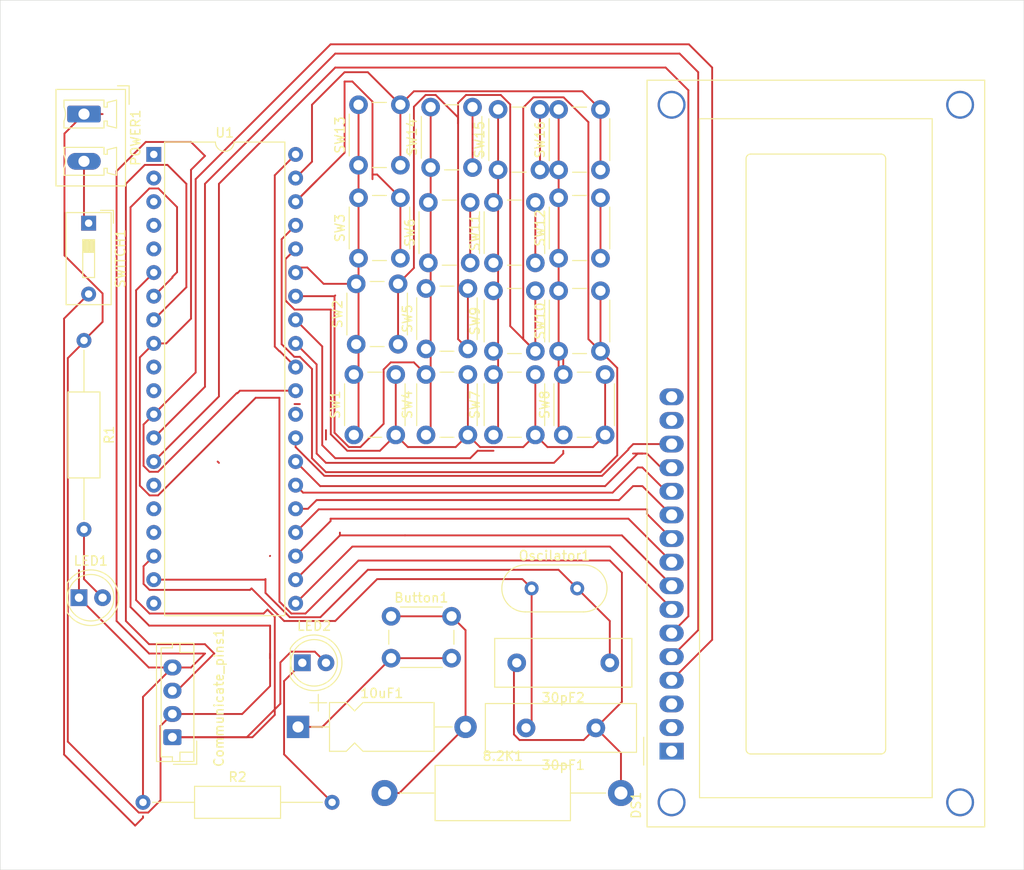
<source format=kicad_pcb>
(kicad_pcb (version 20240108) (generator "pcbnew") (generator_version "8.0")
  (layers (0 "F.Cu" signal) (31 "B.Cu" signal) (34 "B.Paste" user) (35 "F.Paste" user) (36 "B.SilkS" user "B.Silkscreen") (37 "F.SilkS" user "F.Silkscreen") (38 "B.Mask" user) (39 "F.Mask" user) (44 "Edge.Cuts" user))
  (net 0 "")
  (net 1 "Net-(10uF1-Pad2)")
  (net 2 "gnd")
  (net 3 "vcc")
  (net 4 "Net-(U1-E3)")
  (net 5 "Net-(U1-AB4)")
  (net 6 "Net-(POWER1--)")
  (net 7 "Net-(Communicate_pins1-Pin_1)")
  (net 8 "Net-(Communicate_pins1-Pin_3)")
  (net 9 "Net-(DS1-D0)")
  (net 10 "Net-(DS1-RS)")
  (net 11 "D3")
  (net 14 "D5")
  (net 16 "D7")
  (net 17 "D2")
  (net 18 "Net-(DS1-E)")
  (net 20 "D4")
  (net 21 "Net-(DS1-R{slash}W)")
  (net 22 "D1")
  (net 23 "D6")
  (net 25 "Net-(LED1-A)")
  (net 26 "Net-(LED2-K)")
  (net 27 "Net-(U1-REF_LO)")
  (net 28 "Net-(U1-REF_HI)")
  (net 29 "Net-(U1-TEST)")
  (net 30 "Net-(U1-OSC3)")
  (net 31 "Net-(U1-CREF+)")
  (net 32 "Net-(U1-CREF-)")
  (net 33 "Net-(U1-COMMON)")
  (net 34 "Net-(U1-OSC2)")
  (footprint "Resistor_THT:R_Axial_DIN0309_L9.0mm_D3.2mm_P20.32mm_Horizontal" (layer "F.Cu") (at 17.5 44.57875 -90)
    (property "Reference" "R1")
    (property "Value" "R")
  )
  (footprint "Button_Switch_THT:SW_PUSH_6mm_H7.3mm" (layer "F.Cu") (at 50.5 74.23875)
    (property "Reference" "Button1")
    (property "Value" "SW_Push")
  )
  (footprint "LED_THT:LED_D5.0mm" (layer "F.Cu") (at 16.96 72.23875)
    (property "Reference" "LED1")
    (property "Value" "LED")
  )
  (footprint "Button_Switch_THT:SW_DIP_SPSTx01_Slide_9.78x4.72mm_W7.62mm_P2.54mm" (layer "F.Cu") (at 18 31.97125 -90)
    (property "Reference" "SWITCH1")
    (property "Value" "SW_SPST")
  )
  (footprint "LED_THT:LED_D5.0mm_Clear" (layer "F.Cu") (at 40.96 79.23875)
    (property "Reference" "LED2")
    (property "Value" "LED")
  )
  (footprint "Button_Switch_THT:SW_PUSH_6mm_H4.3mm" (layer "F.Cu") (at 68.5 35.73875 90)
    (property "Reference" "SW12")
    (property "Value" "SW_Push")
  )
  (footprint "Button_Switch_THT:SW_PUSH_6mm_H4.3mm" (layer "F.Cu") (at 68.5 45.73875 90)
    (property "Reference" "SW10")
    (property "Value" "SW_Push")
  )
  (footprint "Button_Switch_THT:SW_PUSH_6mm_H4.3mm" (layer "F.Cu") (at 46.5 54.73875 90)
    (property "Reference" "SW1")
    (property "Value" "SW_Push")
  )
  (footprint "Button_Switch_THT:SW_PUSH_6mm_H4.3mm" (layer "F.Cu") (at 47 35.73875 90)
    (property "Reference" "SW3")
    (property "Value" "SW_Push")
  )
  (footprint "Crystal:Crystal_HC18-U_Vertical" (layer "F.Cu") (at 65.6 71.23875)
    (property "Reference" "Oscilator1")
    (property "Value" "Crystal")
  )
  (footprint "Button_Switch_THT:SW_PUSH_6mm_H4.3mm" (layer "F.Cu") (at 46.75 44.98875 90)
    (property "Reference" "SW2")
    (property "Value" "SW_Push")
  )
  (footprint "Button_Switch_THT:SW_PUSH_6mm_H4.3mm" (layer "F.Cu") (at 62 26.23875 90)
    (property "Reference" "SW15")
    (property "Value" "SW_Push")
  )
  (footprint "Button_Switch_THT:SW_PUSH_6mm_H4.3mm" (layer "F.Cu") (at 54.25 54.73875 90)
    (property "Reference" "SW4")
    (property "Value" "SW_Push")
  )
  (footprint "Button_Switch_THT:SW_PUSH_6mm_H4.3mm" (layer "F.Cu") (at 54.25 45.48875 90)
    (property "Reference" "SW5")
    (property "Value" "SW_Push")
  )
  (footprint "Button_Switch_THT:SW_PUSH_6mm_H4.3mm" (layer "F.Cu") (at 61.5 45.73875 90)
    (property "Reference" "SW9")
    (property "Value" "SW_Push")
  )
  (footprint "Button_Switch_THT:SW_PUSH_6mm_H4.3mm" (layer "F.Cu") (at 54.5 36.23875 90)
    (property "Reference" "SW6")
    (property "Value" "SW_Push")
  )
  (footprint "Button_Switch_THT:SW_PUSH_6mm_H4.3mm" (layer "F.Cu") (at 61.5 36.23875 90)
    (property "Reference" "SW11")
    (property "Value" "SW_Push")
  )
  (footprint "Capacitor_THT:C_Disc_D14.5mm_W5.0mm_P10.00mm" (layer "F.Cu") (at 74 79.23875 180)
    (property "Reference" "30pF2")
    (property "Value" "30pF")
  )
  (footprint "Button_Switch_THT:SW_PUSH_6mm_H4.3mm" (layer "F.Cu") (at 61.5 54.73875 90)
    (property "Reference" "SW7")
    (property "Value" "SW_Push")
  )
  (footprint "Display:WC1602A" (layer "F.Cu") (at 80.6425 88.73875 90)
    (property "Reference" "DS1")
    (property "Value" "WC1602A")
  )
  (footprint "Capacitor_THT:CP_Axial_L11.0mm_D5.0mm_P18.00mm_Horizontal" (layer "F.Cu") (at 40.5 86.13125)
    (property "Reference" "10uF1")
    (property "Value" "C_Polarized_Small_US")
  )
  (footprint "Button_Switch_THT:SW_PUSH_6mm_H4.3mm" (layer "F.Cu") (at 69 54.73875 90)
    (property "Reference" "SW8")
    (property "Value" "SW_Push")
  )
  (footprint "Resistor_THT:R_Axial_DIN0309_L9.0mm_D3.2mm_P20.32mm_Horizontal" (layer "F.Cu") (at 23.84 94.23875)
    (property "Reference" "R2")
    (property "Value" "R")
  )
  (footprint "Resistor_THT:R_Axial_DIN0614_L14.3mm_D5.7mm_P25.40mm_Horizontal" (layer "F.Cu") (at 49.8 93.23875)
    (property "Reference" "8.2K1")
    (property "Value" "R_US")
  )
  (footprint "Package_DIP:DIP-40_W15.24mm" (layer "F.Cu") (at 25 24.57875)
    (property "Reference" "U1")
    (property "Value" "ICL7106CPL")
  )
  (footprint "Connector_Phoenix_MC_HighVoltage:PhoenixContact_MCV_1,5_2-G-5.08_1x02_P5.08mm_Vertical" (layer "F.Cu") (at 17.5 20.23875 -90)
    (property "Reference" "POWER1")
    (property "Value" "Battery")
  )
  (footprint "Button_Switch_THT:SW_PUSH_6mm_H4.3mm" (layer "F.Cu") (at 68.5 26.24375 90)
    (property "Reference" "SW16")
    (property "Value" "SW_Push")
  )
  (footprint "Capacitor_THT:C_Disc_D16.0mm_W5.0mm_P7.50mm" (layer "F.Cu") (at 65 86.23875)
    (property "Reference" "30pF1")
    (property "Value" "C" (hide yes))
  )
  (footprint "Connector_JST:JST_EH_B4B-EH-A_1x04_P2.50mm_Vertical" (layer "F.Cu") (at 27 87.23875 90)
    (property "Reference" "Communicate_pins1")
    (property "Value" "Conn_01x04_Pin")
  )
  (footprint "Button_Switch_THT:SW_PUSH_6mm_H4.3mm" (layer "F.Cu") (at 54.75 25.98875 90)
    (property "Reference" "SW14")
    (property "Value" "SW_Push")
  )
  (footprint "Button_Switch_THT:SW_PUSH_6mm_H4.3mm" (layer "F.Cu") (at 47 25.73875 90)
    (property "Reference" "SW13")
    (property "Value" "SW_Push")
  )
  (gr_rect (start 8.5 8) (end 118.5 101.5) (stroke (width 0.05)) (fill none) (layer "Edge.Cuts"))
  (segment (start 57 74.23875) (end 50.5 74.23875) (width 0.2) (layer "F.Cu") (net 1))
  (segment (start 58.5 86.13125) (end 51.3925 93.23875) (width 0.2) (layer "F.Cu") (net 1))
  (segment (start 58.5 75.73875) (end 57 74.23875) (width 0.2) (layer "F.Cu") (net 1))
  (segment (start 58.5 86.13125) (end 58.5 75.73875) (width 0.2) (layer "F.Cu") (net 1))
  (segment (start 51.3925 93.23875) (end 49.8 93.23875) (width 0.2) (layer "F.Cu") (net 1))
  (segment (start 63.7 79.53875) (end 64 79.23875) (width 0.2) (layer "F.Cu") (net 2))
  (segment (start 15.36 89.09875) (end 23 96.73875) (width 0.2) (layer "F.Cu") (net 2))
  (segment (start 41.3 73.93875) (end 39.784365 73.93875) (width 0.2) (layer "F.Cu") (net 2))
  (segment (start 24.46 79.73875) (end 16.96 72.23875) (width 0.2) (layer "F.Cu") (net 2))
  (segment (start 30.5 78.23875) (end 24.5 78.23875) (width 0.2) (layer "F.Cu") (net 2))
  (segment (start 38.5 72.654385) (end 38.5 50.73875) (width 0.2) (layer "F.Cu") (net 2))
  (segment (start 75.2 88.93875) (end 72.5 86.23875) (width 0.2) (layer "F.Cu") (net 2))
  (segment (start 64.3 87.53875) (end 63.7 86.93875) (width 0.2) (layer "F.Cu") (net 2))
  (segment (start 75.3 69.53875) (end 74 68.23875) (width 0.2) (layer "F.Cu") (net 2))
  (segment (start 35.955635 50.73875) (end 25.455635 61.23875) (width 0.2) (layer "F.Cu") (net 2))
  (segment (start 74 68.23875) (end 47 68.23875) (width 0.2) (layer "F.Cu") (net 2))
  (segment (start 24.14 23.23875) (end 29 23.23875) (width 0.2) (layer "F.Cu") (net 2))
  (segment (start 72.5 86.23875) (end 71.2 87.53875) (width 0.2) (layer "F.Cu") (net 2))
  (segment (start 23.5 46.39875) (end 25 44.89875) (width 0.2) (layer "F.Cu") (net 2))
  (segment (start 27 79.73875) (end 24.46 79.73875) (width 0.2) (layer "F.Cu") (net 2))
  (segment (start 23 96.73875) (end 23.84 95.89875) (width 0.2) (layer "F.Cu") (net 2))
  (segment (start 25.455635 61.23875) (end 24.544365 61.23875) (width 0.2) (layer "F.Cu") (net 2))
  (segment (start 30.5 24.73875) (end 29 26.23875) (width 0.2) (layer "F.Cu") (net 2))
  (segment (start 75.2 93.23875) (end 75.2 88.93875) (width 0.2) (layer "F.Cu") (net 2))
  (segment (start 64 79.23875) (end 64 78.73875) (width 0.2) (layer "F.Cu") (net 2))
  (segment (start 15.36 42.23125) (end 15.36 89.09875) (width 0.2) (layer "F.Cu") (net 2))
  (segment (start 72.5 86.23875) (end 75.3 83.43875) (width 0.2) (layer "F.Cu") (net 2))
  (segment (start 27 79.73875) (end 29 79.73875) (width 0.2) (layer "F.Cu") (net 2))
  (segment (start 71.2 87.53875) (end 64.3 87.53875) (width 0.2) (layer "F.Cu") (net 2))
  (segment (start 29 26.23875) (end 29 42.23875) (width 0.2) (layer "F.Cu") (net 2))
  (segment (start 23.84 94.23875) (end 23.84 82.89875) (width 0.2) (layer "F.Cu") (net 2))
  (segment (start 63.7 86.93875) (end 63.7 79.53875) (width 0.2) (layer "F.Cu") (net 2))
  (segment (start 39.784365 73.93875) (end 38.5 72.654385) (width 0.2) (layer "F.Cu") (net 2))
  (segment (start 38.5 50.73875) (end 35.955635 50.73875) (width 0.2) (layer "F.Cu") (net 2))
  (segment (start 24.5 78.23875) (end 21 74.73875) (width 0.2) (layer "F.Cu") (net 2))
  (segment (start 21 26.37875) (end 24.14 23.23875) (width 0.2) (layer "F.Cu") (net 2))
  (segment (start 21 74.73875) (end 21 26.37875) (width 0.2) (layer "F.Cu") (net 2))
  (segment (start 18 39.59125) (end 15.36 42.23125) (width 0.2) (layer "F.Cu") (net 2))
  (segment (start 26.34 44.89875) (end 25 44.89875) (width 0.2) (layer "F.Cu") (net 2))
  (segment (start 47 68.23875) (end 41.3 73.93875) (width 0.2) (layer "F.Cu") (net 2))
  (segment (start 23.5 60.194385) (end 23.5 46.39875) (width 0.2) (layer "F.Cu") (net 2))
  (segment (start 24.544365 61.23875) (end 23.5 60.194385) (width 0.2) (layer "F.Cu") (net 2))
  (segment (start 23.84 95.89875) (end 23.84 95.73875) (width 0.2) (layer "F.Cu") (net 2))
  (segment (start 29 23.23875) (end 30.5 24.73875) (width 0.2) (layer "F.Cu") (net 2))
  (segment (start 29 79.73875) (end 30.5 78.23875) (width 0.2) (layer "F.Cu") (net 2))
  (segment (start 23.84 82.89875) (end 27 79.73875) (width 0.2) (layer "F.Cu") (net 2))
  (segment (start 75.3 83.43875) (end 75.3 69.53875) (width 0.2) (layer "F.Cu") (net 2))
  (segment (start 16.96 72.23875) (end 16.96 69.27875) (width 0.2) (layer "F.Cu") (net 2))
  (segment (start 29 42.23875) (end 26.34 44.89875) (width 0.2) (layer "F.Cu") (net 2))
  (segment (start 15.76 87.714385) (end 23.384365 95.33875) (width 0.2) (layer "F.Cu") (net 3))
  (segment (start 15.4 35.435615) (end 19.5 39.535615) (width 0.2) (layer "F.Cu") (net 3))
  (segment (start 37.5 78.73875) (end 37.5 75.23875) (width 0.2) (layer "F.Cu") (net 3))
  (segment (start 15.76 46.47875) (end 15.76 87.714385) (width 0.2) (layer "F.Cu") (net 3))
  (segment (start 43.1075 86.13125) (end 40.5 86.13125) (width 0.2) (layer "F.Cu") (net 3))
  (segment (start 17.5 44.73875) (end 15.76 46.47875) (width 0.2) (layer "F.Cu") (net 3))
  (segment (start 27.5 30.23875) (end 27.5 37.23875) (width 0.2) (layer "F.Cu") (net 3))
  (segment (start 24.4 95.33875) (end 25.725 94.01375) (width 0.2) (layer "F.Cu") (net 3))
  (segment (start 37.5 78.73875) (end 37.5 78.23875) (width 0.2) (layer "F.Cu") (net 3))
  (segment (start 27.5 37.23875) (end 27 37.73875) (width 0.2) (layer "F.Cu") (net 3))
  (segment (start 15.4 22.33875) (end 15.4 35.435615) (width 0.2) (layer "F.Cu") (net 3))
  (segment (start 27 37.73875) (end 27 37.81875) (width 0.2) (layer "F.Cu") (net 3))
  (segment (start 23.384365 95.33875) (end 24.4 95.33875) (width 0.2) (layer "F.Cu") (net 3))
  (segment (start 22.5 73.23875) (end 22.5 30.263115) (width 0.2) (layer "F.Cu") (net 3))
  (segment (start 38.54 45.73875) (end 40.24 47.43875) (width 0.2) (layer "F.Cu") (net 3))
  (segment (start 17.5 44.57875) (end 17.5 44.73875) (width 0.2) (layer "F.Cu") (net 3))
  (segment (start 24.524365 28.23875) (end 25.5 28.23875) (width 0.2) (layer "F.Cu") (net 3))
  (segment (start 40.24 24.57875) (end 38 26.81875) (width 0.2) (layer "F.Cu") (net 3))
  (segment (start 25.725 86.01375) (end 27 84.73875) (width 0.2) (layer "F.Cu") (net 3))
  (segment (start 22.5 30.263115) (end 24.524365 28.23875) (width 0.2) (layer "F.Cu") (net 3))
  (segment (start 27 37.81875) (end 25 39.81875) (width 0.2) (layer "F.Cu") (net 3))
  (segment (start 17.5 20.23875) (end 15.4 22.33875) (width 0.2) (layer "F.Cu") (net 3))
  (segment (start 24.5 75.23875) (end 22.5 73.23875) (width 0.2) (layer "F.Cu") (net 3))
  (segment (start 57 78.73875) (end 50.5 78.73875) (width 0.2) (layer "F.Cu") (net 3))
  (segment (start 38 45.23875) (end 38.5 45.73875) (width 0.2) (layer "F.Cu") (net 3))
  (segment (start 38 26.81875) (end 38 45.23875) (width 0.2) (layer "F.Cu") (net 3))
  (segment (start 50.5 78.73875) (end 43.1075 86.13125) (width 0.2) (layer "F.Cu") (net 3))
  (segment (start 37.5 75.23875) (end 24.5 75.23875) (width 0.2) (layer "F.Cu") (net 3))
  (segment (start 27 84.73875) (end 34.5 84.73875) (width 0.2) (layer "F.Cu") (net 3))
  (segment (start 19.5 42.57875) (end 17.5 44.57875) (width 0.2) (layer "F.Cu") (net 3))
  (segment (start 34.5 84.73875) (end 37.5 81.73875) (width 0.2) (layer "F.Cu") (net 3))
  (segment (start 38.5 45.73875) (end 38.54 45.73875) (width 0.2) (layer "F.Cu") (net 3))
  (segment (start 19.5 39.535615) (end 19.5 42.57875) (width 0.2) (layer "F.Cu") (net 3))
  (segment (start 25.725 94.01375) (end 25.725 86.01375) (width 0.2) (layer "F.Cu") (net 3))
  (segment (start 37.5 81.73875) (end 37.5 78.73875) (width 0.2) (layer "F.Cu") (net 3))
  (segment (start 25.5 28.23875) (end 27.5 30.23875) (width 0.2) (layer "F.Cu") (net 3))
  (segment (start 17.5 20.23875) (end 19.5 20.23875) (width 0.2) (layer "F.Cu") (net 3))
  (segment (start 24.544365 71.39875) (end 23.9 70.754385) (width 0.2) (layer "F.Cu") (net 4))
  (segment (start 49 70.23875) (end 44.5 74.73875) (width 0.2) (layer "F.Cu") (net 4))
  (segment (start 39 74.73875) (end 35.5 71.23875) (width 0.2) (layer "F.Cu") (net 4))
  (segment (start 37.5 67.73875) (end 37.48 67.75875) (width 0.2) (layer "F.Cu") (net 4))
  (segment (start 23.9 68.85875) (end 25 67.75875) (width 0.2) (layer "F.Cu") (net 4))
  (segment (start 65.6 71.23875) (end 64.6 70.23875) (width 0.2) (layer "F.Cu") (net 4))
  (segment (start 65 86.23875) (end 65.6 85.63875) (width 0.2) (layer "F.Cu") (net 4))
  (segment (start 64.6 70.23875) (end 49 70.23875) (width 0.2) (layer "F.Cu") (net 4))
  (segment (start 44.5 74.73875) (end 39 74.73875) (width 0.2) (layer "F.Cu") (net 4))
  (segment (start 65.6 85.63875) (end 65.6 71.23875) (width 0.2) (layer "F.Cu") (net 4))
  (segment (start 35.5 71.23875) (end 35.34 71.39875) (width 0.2) (layer "F.Cu") (net 4))
  (segment (start 23.9 70.754385) (end 23.9 68.85875) (width 0.2) (layer "F.Cu") (net 4))
  (segment (start 35.34 71.39875) (end 24.544365 71.39875) (width 0.2) (layer "F.Cu") (net 4))
  (segment (start 42.9 74.33875) (end 39.618679 74.33875) (width 0.2) (layer "F.Cu") (net 5))
  (segment (start 70.5 71.23875) (end 68.5 69.23875) (width 0.2) (layer "F.Cu") (net 5))
  (segment (start 74 74.73875) (end 74 79.23875) (width 0.2) (layer "F.Cu") (net 5))
  (segment (start 36.94 70.29875) (end 25 70.29875) (width 0.2) (layer "F.Cu") (net 5))
  (segment (start 68.5 69.23875) (end 48 69.23875) (width 0.2) (layer "F.Cu") (net 5))
  (segment (start 48 69.23875) (end 42.9 74.33875) (width 0.2) (layer "F.Cu") (net 5))
  (segment (start 37 70.23875) (end 36.94 70.29875) (width 0.2) (layer "F.Cu") (net 5))
  (segment (start 70.5 71.23875) (end 74 74.73875) (width 0.2) (layer "F.Cu") (net 5))
  (segment (start 39.618679 74.33875) (end 37 71.720071) (width 0.2) (layer "F.Cu") (net 5))
  (segment (start 37 71.720071) (end 37 70.23875) (width 0.2) (layer "F.Cu") (net 5))
  (segment (start 17.5 31.47125) (end 18 31.97125) (width 0.2) (layer "F.Cu") (net 6))
  (segment (start 17.5 25.31875) (end 17.5 31.47125) (width 0.2) (layer "F.Cu") (net 6))
  (segment (start 38 74.304436) (end 37.217157 73.521593) (width 0.2) (layer "F.Cu") (net 7))
  (segment (start 35.6 87.23875) (end 38 84.83875) (width 0.2) (layer "F.Cu") (net 7))
  (segment (start 37.217157 73.521593) (end 36.8 73.93875) (width 0.2) (layer "F.Cu") (net 7))
  (segment (start 38 84.83875) (end 38 74.304436) (width 0.2) (layer "F.Cu") (net 7))
  (segment (start 27 87.23875) (end 35 87.23875) (width 0.2) (layer "F.Cu") (net 7))
  (segment (start 23.1 39.17875) (end 25 37.27875) (width 0.2) (layer "F.Cu") (net 7))
  (segment (start 42.3 78.03875) (end 43.5 79.23875) (width 0.2) (layer "F.Cu") (net 7))
  (segment (start 39.76 78.03875) (end 42.3 78.03875) (width 0.2) (layer "F.Cu") (net 7))
  (segment (start 23.1 72.494385) (end 23.1 39.17875) (width 0.2) (layer "F.Cu") (net 7))
  (segment (start 24.544365 73.93875) (end 23.1 72.494385) (width 0.2) (layer "F.Cu") (net 7))
  (segment (start 35 87.23875) (end 38.6 83.63875) (width 0.2) (layer "F.Cu") (net 7))
  (segment (start 36.8 73.93875) (end 24.544365 73.93875) (width 0.2) (layer "F.Cu") (net 7))
  (segment (start 38.6 83.63875) (end 38.6 79.19875) (width 0.2) (layer "F.Cu") (net 7))
  (segment (start 27 87.23875) (end 35.6 87.23875) (width 0.2) (layer "F.Cu") (net 7))
  (segment (start 38.6 79.19875) (end 39.76 78.03875) (width 0.2) (layer "F.Cu") (net 7))
  (segment (start 27 82.23875) (end 27.5 82.23875) (width 0.2) (layer "F.Cu") (net 8))
  (segment (start 22 27.73875) (end 24.032843 25.705907) (width 0.2) (layer "F.Cu") (net 8))
  (segment (start 27.5 82.23875) (end 31.5 78.23875) (width 0.2) (layer "F.Cu") (net 8))
  (segment (start 24.5 77.23875) (end 22 74.73875) (width 0.2) (layer "F.Cu") (net 8))
  (segment (start 24.032843 25.705907) (end 26.467157 25.705907) (width 0.2) (layer "F.Cu") (net 8))
  (segment (start 26.467157 25.705907) (end 28.5 27.73875) (width 0.2) (layer "F.Cu") (net 8))
  (segment (start 22 74.73875) (end 22 27.73875) (width 0.2) (layer "F.Cu") (net 8))
  (segment (start 28.5 38.85875) (end 25 42.35875) (width 0.2) (layer "F.Cu") (net 8))
  (segment (start 28.5 27.73875) (end 28.5 38.85875) (width 0.2) (layer "F.Cu") (net 8))
  (segment (start 30.5 77.23875) (end 24.5 77.23875) (width 0.2) (layer "F.Cu") (net 8))
  (segment (start 31.5 78.23875) (end 30.5 77.23875) (width 0.2) (layer "F.Cu") (net 8))
  (segment (start 40.24 72.83875) (end 46.34 66.73875) (width 0.2) (layer "F.Cu") (net 9))
  (segment (start 46.34 66.73875) (end 74 66.73875) (width 0.2) (layer "F.Cu") (net 9))
  (segment (start 80.6425 73.38125) (end 80.6425 73.49875) (width 0.2) (layer "F.Cu") (net 9))
  (segment (start 74 66.73875) (end 80.6425 73.38125) (width 0.2) (layer "F.Cu") (net 9))
  (segment (start 85 76.76125) (end 85 15.23875) (width 0.2) (layer "F.Cu") (net 10))
  (segment (start 29.5 48.01875) (end 25 52.51875) (width 0.2) (layer "F.Cu") (net 10))
  (segment (start 33.915635 50.23875) (end 34 50.23875) (width 0.2) (layer "F.Cu") (net 10))
  (segment (start 34 50.23875) (end 34.26 49.97875) (width 0.2) (layer "F.Cu") (net 10))
  (segment (start 23.9 53.61875) (end 23.9 58.054385) (width 0.2) (layer "F.Cu") (net 10))
  (segment (start 24.544365 58.69875) (end 25.455635 58.69875) (width 0.2) (layer "F.Cu") (net 10))
  (segment (start 40.24 50.49875) (end 40.24 49.97875) (width 0.2) (layer "F.Cu") (net 10))
  (segment (start 80.6425 81.11875) (end 85 76.76125) (width 0.2) (layer "F.Cu") (net 10))
  (segment (start 25.455635 58.69875) (end 33.915635 50.23875) (width 0.2) (layer "F.Cu") (net 10))
  (segment (start 82.5 12.73875) (end 44 12.73875) (width 0.2) (layer "F.Cu") (net 10))
  (segment (start 44 12.73875) (end 29.5 27.23875) (width 0.2) (layer "F.Cu") (net 10))
  (segment (start 85 15.23875) (end 82.5 12.73875) (width 0.2) (layer "F.Cu") (net 10))
  (segment (start 29.5 27.23875) (end 29.5 48.01875) (width 0.2) (layer "F.Cu") (net 10))
  (segment (start 34.26 49.97875) (end 40.24 49.97875) (width 0.2) (layer "F.Cu") (net 10))
  (segment (start 25 52.51875) (end 23.9 53.61875) (width 0.2) (layer "F.Cu") (net 10))
  (segment (start 23.9 58.054385) (end 24.544365 58.69875) (width 0.2) (layer "F.Cu") (net 10))
  (segment (start 42.72 62.73875) (end 78 62.73875) (width 0.2) (layer "F.Cu") (net 11))
  (segment (start 40.24 65.21875) (end 42.72 62.73875) (width 0.2) (layer "F.Cu") (net 11))
  (segment (start 78 63.23625) (end 80.6425 65.87875) (width 0.2) (layer "F.Cu") (net 11))
  (segment (start 78 62.73875) (end 78 63.23625) (width 0.2) (layer "F.Cu") (net 11))
  (segment (start 74.300001 60.938749) (end 77 58.23875) (width 0.2) (layer "F.Cu") (net 14))
  (segment (start 77 58.23875) (end 77.5 58.23875) (width 0.2) (layer "F.Cu") (net 14))
  (segment (start 77.5 58.23875) (end 80.06 60.79875) (width 0.2) (layer "F.Cu") (net 14))
  (segment (start 41.039999 60.938749) (end 74.300001 60.938749) (width 0.2) (layer "F.Cu") (net 14))
  (segment (start 80.06 60.79875) (end 80.6425 60.79875) (width 0.2) (layer "F.Cu") (net 14))
  (segment (start 40.24 60.13875) (end 41.039999 60.938749) (width 0.2) (layer "F.Cu") (net 14))
  (segment (start 43.334314 59.13875) (end 40.24 56.044436) (width 0.2) (layer "F.Cu") (net 16))
  (segment (start 40.24 56.044436) (end 40.24 55.05875) (width 0.2) (layer "F.Cu") (net 16))
  (segment (start 80.6425 55.71875) (end 76.52 55.71875) (width 0.2) (layer "F.Cu") (net 16))
  (segment (start 76.52 55.71875) (end 76 56.23875) (width 0.2) (layer "F.Cu") (net 16))
  (segment (start 76 56.23875) (end 76 56.304436) (width 0.2) (layer "F.Cu") (net 16))
  (segment (start 73.165685 59.13875) (end 43.334314 59.13875) (width 0.2) (layer "F.Cu") (net 16))
  (segment (start 76 56.304436) (end 73.165685 59.13875) (width 0.2) (layer "F.Cu") (net 16))
  (segment (start 76 63.73875) (end 44 63.73875) (width 0.2) (layer "F.Cu") (net 17))
  (segment (start 80.6425 68.41875) (end 80.6425 68.38125) (width 0.2) (layer "F.Cu") (net 17))
  (segment (start 80.6425 68.38125) (end 76 63.73875) (width 0.2) (layer "F.Cu") (net 17))
  (segment (start 44 63.73875) (end 44 63.99875) (width 0.2) (layer "F.Cu") (net 17))
  (segment (start 44 63.99875) (end 40.24 67.75875) (width 0.2) (layer "F.Cu") (net 17))
  (segment (start 80 15.23875) (end 44.5 15.23875) (width 0.2) (layer "F.Cu") (net 18))
  (segment (start 44.5 15.23875) (end 32 27.73875) (width 0.2) (layer "F.Cu") (net 18))
  (segment (start 80.6425 76.03875) (end 80.6425 75.88125) (width 0.2) (layer "F.Cu") (net 18))
  (segment (start 82.4425 17.68125) (end 80 15.23875) (width 0.2) (layer "F.Cu") (net 18))
  (segment (start 32 27.73875) (end 32 50.59875) (width 0.2) (layer "F.Cu") (net 18))
  (segment (start 82.4425 74.23875) (end 82.4425 17.68125) (width 0.2) (layer "F.Cu") (net 18))
  (segment (start 32 50.59875) (end 25 57.59875) (width 0.2) (layer "F.Cu") (net 18))
  (segment (start 32 57.73875) (end 31.86 57.59875) (width 0.2) (layer "F.Cu") (net 18))
  (segment (start 80.6425 76.03875) (end 82.4425 74.23875) (width 0.2) (layer "F.Cu") (net 18))
  (segment (start 40.24 62.67875) (end 41.56 62.67875) (width 0.2) (layer "F.Cu") (net 20))
  (segment (start 77.5 60.23875) (end 80.6 63.33875) (width 0.2) (layer "F.Cu") (net 20))
  (segment (start 41.56 62.67875) (end 42.5 61.73875) (width 0.2) (layer "F.Cu") (net 20))
  (segment (start 76.5 60.23875) (end 77.5 60.23875) (width 0.2) (layer "F.Cu") (net 20))
  (segment (start 80.6 63.33875) (end 80.6425 63.33875) (width 0.2) (layer "F.Cu") (net 20))
  (segment (start 42.5 61.73875) (end 75 61.73875) (width 0.2) (layer "F.Cu") (net 20))
  (segment (start 75 61.73875) (end 76.5 60.23875) (width 0.2) (layer "F.Cu") (net 20))
  (segment (start 30.5 49.55875) (end 25 55.05875) (width 0.2) (layer "F.Cu") (net 21))
  (segment (start 44.5 13.73875) (end 30.5 27.73875) (width 0.2) (layer "F.Cu") (net 21))
  (segment (start 81.5 13.73875) (end 44.5 13.73875) (width 0.2) (layer "F.Cu") (net 21))
  (segment (start 83.5 15.73875) (end 81.5 13.73875) (width 0.2) (layer "F.Cu") (net 21))
  (segment (start 80.6425 78.57875) (end 83.5 75.72125) (width 0.2) (layer "F.Cu") (net 21))
  (segment (start 83.5 75.72125) (end 83.5 15.73875) (width 0.2) (layer "F.Cu") (net 21))
  (segment (start 30.5 27.73875) (end 30.5 49.55875) (width 0.2) (layer "F.Cu") (net 21))
  (segment (start 76.5 66.73875) (end 75.3 65.53875) (width 0.2) (layer "F.Cu") (net 22))
  (segment (start 52 65.53875) (end 45 65.53875) (width 0.2) (layer "F.Cu") (net 22))
  (segment (start 40.24 70.29875) (end 45 65.53875) (width 0.2) (layer "F.Cu") (net 22))
  (segment (start 80.6425 70.88125) (end 80.6425 70.95875) (width 0.2) (layer "F.Cu") (net 22))
  (segment (start 76.5 66.73875) (end 80.6425 70.88125) (width 0.2) (layer "F.Cu") (net 22))
  (segment (start 75.3 65.53875) (end 52 65.53875) (width 0.2) (layer "F.Cu") (net 22))
  (segment (start 45 65.53875) (end 45 65.23875) (width 0.2) (layer "F.Cu") (net 22))
  (segment (start 80.6425 58.25875) (end 79.52 58.25875) (width 0.2) (layer "F.Cu") (net 23))
  (segment (start 77.5 56.73875) (end 76.5 56.73875) (width 0.2) (layer "F.Cu") (net 23))
  (segment (start 78 56.73875) (end 77.5 56.73875) (width 0.2) (layer "F.Cu") (net 23))
  (segment (start 42.88 60.23875) (end 73.5 60.23875) (width 0.2) (layer "F.Cu") (net 23))
  (segment (start 79.52 58.25875) (end 78 56.73875) (width 0.2) (layer "F.Cu") (net 23))
  (segment (start 40.24 57.59875) (end 42.88 60.23875) (width 0.2) (layer "F.Cu") (net 23))
  (segment (start 73.5 60.23875) (end 77 56.73875) (width 0.2) (layer "F.Cu") (net 23))
  (segment (start 77 56.73875) (end 77.5 56.73875) (width 0.2) (layer "F.Cu") (net 23))
  (segment (start 17.5 64.89875) (end 17.5 70.23875) (width 0.2) (layer "F.Cu") (net 25))
  (segment (start 17.5 70.23875) (end 19.5 72.23875) (width 0.2) (layer "F.Cu") (net 25))
  (segment (start 39 81.19875) (end 40.96 79.23875) (width 0.2) (layer "F.Cu") (net 26))
  (segment (start 44.16 94.23875) (end 39 89.07875) (width 0.2) (layer "F.Cu") (net 26))
  (segment (start 39 89.07875) (end 39 81.19875) (width 0.2) (layer "F.Cu") (net 26))
  (segment (start 40.24 37.27875) (end 40.24 36.99875) (width 0.2) (layer "F.Cu") (net 27))
  (segment (start 40.24 36.99875) (end 40.5 36.73875) (width 0.2) (layer "F.Cu") (net 27))
  (segment (start 40.5 36.73875) (end 41.5 36.73875) (width 0.2) (layer "F.Cu") (net 27))
  (segment (start 47 54.23875) (end 46.5 54.73875) (width 0.2) (layer "F.Cu") (net 27))
  (segment (start 47 19.23875) (end 47 54.23875) (width 0.2) (layer "F.Cu") (net 27))
  (segment (start 41.5 36.73875) (end 43.25 38.48875) (width 0.2) (layer "F.Cu") (net 27))
  (segment (start 43.25 38.48875) (end 46.75 38.48875) (width 0.2) (layer "F.Cu") (net 27))
  (segment (start 64.7 56.03875) (end 60.05 56.03875) (width 0.2) (layer "F.Cu") (net 28))
  (segment (start 52.3 56.03875) (end 51 54.73875) (width 0.2) (layer "F.Cu") (net 28))
  (segment (start 39.14 40.274384) (end 39.302183 40.436567) (width 0.2) (layer "F.Cu") (net 28))
  (segment (start 39.14 35.83875) (end 39.14 40.274384) (width 0.2) (layer "F.Cu") (net 28))
  (segment (start 44.02 41.25875) (end 44.02 54.662914) (width 0.2) (layer "F.Cu") (net 28))
  (segment (start 66 48.23875) (end 66 54.73875) (width 0.2) (layer "F.Cu") (net 28))
  (segment (start 49.3 56.43875) (end 51 54.73875) (width 0.2) (layer "F.Cu") (net 28))
  (segment (start 58.75 54.73875) (end 58.75 48.23875) (width 0.2) (layer "F.Cu") (net 28))
  (segment (start 58.75 54.73875) (end 57.45 56.03875) (width 0.2) (layer "F.Cu") (net 28))
  (segment (start 73.5 54.73875) (end 72.2 56.03875) (width 0.2) (layer "F.Cu") (net 28))
  (segment (start 57.45 56.03875) (end 52.3 56.03875) (width 0.2) (layer "F.Cu") (net 28))
  (segment (start 40.124365 41.25875) (end 44.02 41.25875) (width 0.2) (layer "F.Cu") (net 28))
  (segment (start 39.302183 40.436567) (end 40.124365 41.25875) (width 0.2) (layer "F.Cu") (net 28))
  (segment (start 44.02 54.662914) (end 45.795837 56.43875) (width 0.2) (layer "F.Cu") (net 28))
  (segment (start 60.05 56.03875) (end 58.75 54.73875) (width 0.2) (layer "F.Cu") (net 28))
  (segment (start 45.795837 56.43875) (end 49.3 56.43875) (width 0.2) (layer "F.Cu") (net 28))
  (segment (start 39.14 40.274385) (end 39.302183 40.436567) (width 0.2) (layer "F.Cu") (net 28))
  (segment (start 67.3 56.03875) (end 66 54.73875) (width 0.2) (layer "F.Cu") (net 28))
  (segment (start 72.2 56.03875) (end 67.3 56.03875) (width 0.2) (layer "F.Cu") (net 28))
  (segment (start 73.5 48.23875) (end 73.5 54.73875) (width 0.2) (layer "F.Cu") (net 28))
  (segment (start 51 48.23875) (end 51 54.73875) (width 0.2) (layer "F.Cu") (net 28))
  (segment (start 40.24 34.73875) (end 39.14 35.83875) (width 0.2) (layer "F.Cu") (net 28))
  (segment (start 66 54.73875) (end 64.7 56.03875) (width 0.2) (layer "F.Cu") (net 28))
  (segment (start 64.7 19.53875) (end 64.7 44.43875) (width 0.2) (layer "F.Cu") (net 29))
  (segment (start 58.75 45.48875) (end 57.7 44.43875) (width 0.2) (layer "F.Cu") (net 29))
  (segment (start 71.7 21.105272) (end 69.033478 18.43875) (width 0.2) (layer "F.Cu") (net 29))
  (segment (start 57.7 21.23875) (end 57.7 20.600272) (width 0.2) (layer "F.Cu") (net 29))
  (segment (start 63.3 43.03875) (end 63.3 19.200272) (width 0.2) (layer "F.Cu") (net 29))
  (segment (start 42 57.23875) (end 43.5 58.73875) (width 0.2) (layer "F.Cu") (net 29))
  (segment (start 52.95 36.78875) (end 51.25 38.48875) (width 0.2) (layer "F.Cu") (net 29))
  (segment (start 63.3 19.200272) (end 62.288478 18.18875) (width 0.2) (layer "F.Cu") (net 29))
  (segment (start 73 39.23875) (end 73 45.73875) (width 0.2) (layer "F.Cu") (net 29))
  (segment (start 66 45.73875) (end 63.3 43.03875) (width 0.2) (layer "F.Cu") (net 29))
  (segment (start 54.211522 18.18875) (end 52.95 19.450272) (width 0.2) (layer "F.Cu") (net 29))
  (segment (start 74.8 56.93875) (end 74.8 47.53875) (width 0.2) (layer "F.Cu") (net 29))
  (segment (start 38.74 44.97875) (end 40.1 46.33875) (width 0.2) (layer "F.Cu") (net 29))
  (segment (start 57.7 20.600272) (end 55.288478 18.18875) (width 0.2) (layer "F.Cu") (net 29))
  (segment (start 38.74 33.69875) (end 38.74 44.97875) (width 0.2) (layer "F.Cu") (net 29))
  (segment (start 40.695635 46.33875) (end 42 47.643115) (width 0.2) (layer "F.Cu") (net 29))
  (segment (start 58.55 18.18875) (end 57.7 19.03875) (width 0.2) (layer "F.Cu") (net 29))
  (segment (start 73 45.73875) (end 71.7 44.43875) (width 0.2) (layer "F.Cu") (net 29))
  (segment (start 40.24 32.19875) (end 38.74 33.69875) (width 0.2) (layer "F.Cu") (net 29))
  (segment (start 69.033478 18.43875) (end 65.8 18.43875) (width 0.2) (layer "F.Cu") (net 29))
  (segment (start 51.25 44.98875) (end 51.25 38.48875) (width 0.2) (layer "F.Cu") (net 29))
  (segment (start 40.124365 51.41875) (end 40.695635 51.41875) (width 0.2) (layer "F.Cu") (net 29))
  (segment (start 40.1 46.33875) (end 40.695635 46.33875) (width 0.2) (layer "F.Cu") (net 29))
  (segment (start 65.8 18.43875) (end 64.7 19.53875) (width 0.2) (layer "F.Cu") (net 29))
  (segment (start 74.8 47.53875) (end 73 45.73875) (width 0.2) (layer "F.Cu") (net 29))
  (segment (start 42 47.643115) (end 42 57.23875) (width 0.2) (layer "F.Cu") (net 29))
  (segment (start 57.7 44.43875) (end 57.7 21.23875) (width 0.2) (layer "F.Cu") (net 29))
  (segment (start 43.5 54.223115) (end 43.5 55.23875) (width 0.2) (layer "F.Cu") (net 29))
  (segment (start 66 39.23875) (end 66 45.73875) (width 0.2) (layer "F.Cu") (net 29))
  (segment (start 43.5 58.73875) (end 73 58.73875) (width 0.2) (layer "F.Cu") (net 29))
  (segment (start 64.7 44.43875) (end 66 45.73875) (width 0.2) (layer "F.Cu") (net 29))
  (segment (start 73 58.73875) (end 74.8 56.93875) (width 0.2) (layer "F.Cu") (net 29))
  (segment (start 57.7 19.03875) (end 57.7 21.23875) (width 0.2) (layer "F.Cu") (net 29))
  (segment (start 52.95 19.450272) (end 52.95 36.78875) (width 0.2) (layer "F.Cu") (net 29))
  (segment (start 62.288478 18.18875) (end 58.55 18.18875) (width 0.2) (layer "F.Cu") (net 29))
  (segment (start 71.7 44.43875) (end 71.7 21.105272) (width 0.2) (layer "F.Cu") (net 29))
  (segment (start 58.75 38.98875) (end 58.75 45.48875) (width 0.2) (layer "F.Cu") (net 29))
  (segment (start 55.288478 18.18875) (end 54.211522 18.18875) (width 0.2) (layer "F.Cu") (net 29))
  (segment (start 48.5 26.73875) (end 48.5 27.23875) (width 0.2) (layer "F.Cu") (net 30))
  (segment (start 40.24 29.65875) (end 45.5 24.39875) (width 0.2) (layer "F.Cu") (net 30))
  (segment (start 73 29.23875) (end 73 35.73875) (width 0.2) (layer "F.Cu") (net 30))
  (segment (start 40.24 29.65875) (end 42.5 27.39875) (width 0.2) (layer "F.Cu") (net 30))
  (segment (start 45.5 24.39875) (end 45.5 16.73875) (width 0.2) (layer "F.Cu") (net 30))
  (segment (start 66 36.23875) (end 66 29.73875) (width 0.2) (layer "F.Cu") (net 30))
  (segment (start 48.5 26.73875) (end 49 26.73875) (width 0.2) (layer "F.Cu") (net 30))
  (segment (start 51.5 35.73875) (end 51.5 29.23875) (width 0.2) (layer "F.Cu") (net 30))
  (segment (start 46.338478 16.73875) (end 48.5 18.900272) (width 0.2) (layer "F.Cu") (net 30))
  (segment (start 45.5 16.73875) (end 46.338478 16.73875) (width 0.2) (layer "F.Cu") (net 30))
  (segment (start 59 36.23875) (end 59 29.73875) (width 0.2) (layer "F.Cu") (net 30))
  (segment (start 48.5 18.900272) (end 48.5 26.73875) (width 0.2) (layer "F.Cu") (net 30))
  (segment (start 49 26.73875) (end 51.5 29.23875) (width 0.2) (layer "F.Cu") (net 30))
  (segment (start 49.7 53.53875) (end 49.7 47.700272) (width 0.2) (layer "F.Cu") (net 31))
  (segment (start 44.42 54.497228) (end 45.961522 56.03875) (width 0.2) (layer "F.Cu") (net 31))
  (segment (start 44.42 39.81875) (end 44.42 54.497228) (width 0.2) (layer "F.Cu") (net 31))
  (segment (start 45.961522 56.03875) (end 47.2 56.03875) (width 0.2) (layer "F.Cu") (net 31))
  (segment (start 44.42 39.81875) (end 44.5 39.73875) (width 0.2) (layer "F.Cu") (net 31))
  (segment (start 54.75 54.23875) (end 54.25 54.73875) (width 0.2) (layer "F.Cu") (net 31))
  (segment (start 49.7 47.700272) (end 50.461522 46.93875) (width 0.2) (layer "F.Cu") (net 31))
  (segment (start 47.2 56.03875) (end 49.7 53.53875) (width 0.2) (layer "F.Cu") (net 31))
  (segment (start 40.24 39.81875) (end 44.42 39.81875) (width 0.2) (layer "F.Cu") (net 31))
  (segment (start 54.75 19.48875) (end 54.75 54.23875) (width 0.2) (layer "F.Cu") (net 31))
  (segment (start 50.461522 46.93875) (end 52.95 46.93875) (width 0.2) (layer "F.Cu") (net 31))
  (segment (start 52.95 46.93875) (end 54.25 48.23875) (width 0.2) (layer "F.Cu") (net 31))
  (segment (start 44.5 57.23875) (end 59 57.23875) (width 0.2) (layer "F.Cu") (net 32))
  (segment (start 59 57.23875) (end 59.8 56.43875) (width 0.2) (layer "F.Cu") (net 32))
  (segment (start 43.1 45.21875) (end 43.1 55.83875) (width 0.2) (layer "F.Cu") (net 32))
  (segment (start 62 54.23875) (end 61.5 54.73875) (width 0.2) (layer "F.Cu") (net 32))
  (segment (start 59.8 56.43875) (end 61.5 56.43875) (width 0.2) (layer "F.Cu") (net 32))
  (segment (start 62 19.73875) (end 62 54.23875) (width 0.2) (layer "F.Cu") (net 32))
  (segment (start 43.1 55.83875) (end 44.5 57.23875) (width 0.2) (layer "F.Cu") (net 32))
  (segment (start 40.24 42.35875) (end 43.1 45.21875) (width 0.2) (layer "F.Cu") (net 32))
  (segment (start 42.5 56.73875) (end 43.5 57.73875) (width 0.2) (layer "F.Cu") (net 33))
  (segment (start 68 57.73875) (end 69 56.73875) (width 0.2) (layer "F.Cu") (net 33))
  (segment (start 43.5 57.73875) (end 68 57.73875) (width 0.2) (layer "F.Cu") (net 33))
  (segment (start 69 48.23875) (end 69 46.23875) (width 0.2) (layer "F.Cu") (net 33))
  (segment (start 42.5 47.15875) (end 42.5 56.73875) (width 0.2) (layer "F.Cu") (net 33))
  (segment (start 69 46.23875) (end 68.5 45.73875) (width 0.2) (layer "F.Cu") (net 33))
  (segment (start 68.5 19.74375) (end 68.5 54.23875) (width 0.2) (layer "F.Cu") (net 33))
  (segment (start 69 56.73875) (end 69 56.43875) (width 0.2) (layer "F.Cu") (net 33))
  (segment (start 40.24 44.89875) (end 42.5 47.15875) (width 0.2) (layer "F.Cu") (net 33))
  (segment (start 68.5 54.23875) (end 69 54.73875) (width 0.2) (layer "F.Cu") (net 33))
  (segment (start 48 15.73875) (end 45.5 15.73875) (width 0.2) (layer "F.Cu") (net 34))
  (segment (start 66.5 26.23875) (end 66.5 19.73875) (width 0.2) (layer "F.Cu") (net 34))
  (segment (start 71.045 17.78875) (end 52.95 17.78875) (width 0.2) (layer "F.Cu") (net 34))
  (segment (start 73 19.74375) (end 71.045 17.78875) (width 0.2) (layer "F.Cu") (net 34))
  (segment (start 73 26.24375) (end 73 19.74375) (width 0.2) (layer "F.Cu") (net 34))
  (segment (start 52.95 17.78875) (end 51.5 19.23875) (width 0.2) (layer "F.Cu") (net 34))
  (segment (start 42 19.23875) (end 42 25.35875) (width 0.2) (layer "F.Cu") (net 34))
  (segment (start 51.5 19.23875) (end 48 15.73875) (width 0.2) (layer "F.Cu") (net 34))
  (segment (start 45.5 15.73875) (end 42 19.23875) (width 0.2) (layer "F.Cu") (net 34))
  (segment (start 42 25.35875) (end 40.24 27.11875) (width 0.2) (layer "F.Cu") (net 34))
  (segment (start 59.25 25.98875) (end 59.25 19.48875) (width 0.2) (layer "F.Cu") (net 34))
  (segment (start 51.5 25.73875) (end 51.5 19.23875) (width 0.2) (layer "F.Cu") (net 34))
)
</source>
